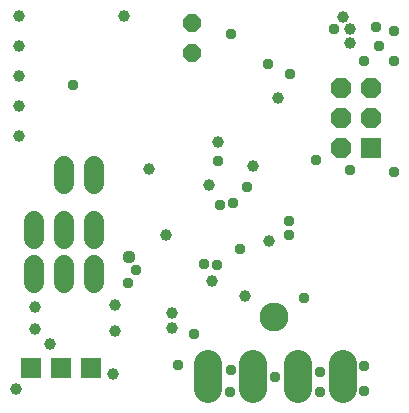
<source format=gbr>
G04 EAGLE Gerber RS-274X export*
G75*
%MOMM*%
%FSLAX34Y34*%
%LPD*%
%INSoldermask Bottom*%
%IPPOS*%
%AMOC8*
5,1,8,0,0,1.08239X$1,22.5*%
G01*
%ADD10C,2.438400*%
%ADD11C,1.727200*%
%ADD12R,1.803400X1.803400*%
%ADD13C,2.336800*%
%ADD14R,1.727200X1.727200*%
%ADD15P,1.869504X8X112.500000*%
%ADD16P,1.649562X8X292.500000*%
%ADD17C,1.109600*%
%ADD18C,0.990600*%
%ADD19C,0.959600*%


D10*
X254000Y113030D03*
D11*
X50800Y179070D02*
X50800Y194310D01*
X76200Y194310D02*
X76200Y179070D01*
X101600Y179070D02*
X101600Y194310D01*
X50800Y157480D02*
X50800Y142240D01*
X76200Y142240D02*
X76200Y157480D01*
X101600Y157480D02*
X101600Y142240D01*
X101600Y226060D02*
X101600Y241300D01*
X76200Y241300D02*
X76200Y226060D01*
D12*
X48260Y69850D03*
X73660Y69850D03*
X99060Y69850D03*
D13*
X236220Y73406D02*
X236220Y52070D01*
X274320Y52070D02*
X274320Y73406D01*
X198120Y73406D02*
X198120Y52070D01*
X312420Y52070D02*
X312420Y73406D01*
D14*
X336550Y256540D03*
D15*
X311150Y256540D03*
X336550Y281940D03*
X311150Y281940D03*
X336550Y307340D03*
X311150Y307340D03*
D16*
X185166Y362458D03*
X185166Y337058D03*
D17*
X131826Y164338D03*
D18*
X35560Y52070D03*
X250190Y177800D03*
X148590Y238760D03*
X201930Y143510D03*
X118110Y64770D03*
X52070Y102870D03*
X162814Y182626D03*
X119380Y101600D03*
X119380Y123190D03*
X236220Y241300D03*
D19*
X266700Y194310D03*
X318770Y237490D03*
D18*
X64770Y90170D03*
X52070Y121920D03*
X167894Y103886D03*
X167894Y116586D03*
D19*
X279654Y129540D03*
D18*
X229870Y130810D03*
X38100Y266700D03*
X38100Y292100D03*
X38100Y317500D03*
X38100Y342900D03*
X127000Y368300D03*
X38100Y368300D03*
X318770Y345440D03*
X318770Y356870D03*
X312420Y367030D03*
D19*
X330200Y330200D03*
X355600Y330200D03*
X342900Y342900D03*
X340614Y359156D03*
X355600Y355600D03*
X217678Y353060D03*
X293370Y49530D03*
X293624Y66802D03*
X255270Y62230D03*
X217678Y68834D03*
X217170Y49530D03*
X330200Y71882D03*
X330200Y50800D03*
X186690Y99060D03*
X172974Y72898D03*
X130810Y142240D03*
X205740Y157480D03*
X248920Y327660D03*
X83820Y309880D03*
X195128Y158433D03*
X137160Y152852D03*
X267970Y318742D03*
X304800Y356870D03*
D18*
X199390Y224790D03*
D19*
X207010Y245110D03*
D18*
X207010Y261620D03*
X257810Y298450D03*
D19*
X208280Y208280D03*
X219689Y210030D03*
X289560Y246380D03*
X231140Y223520D03*
X355600Y236220D03*
X225580Y170787D03*
X266700Y182880D03*
M02*

</source>
